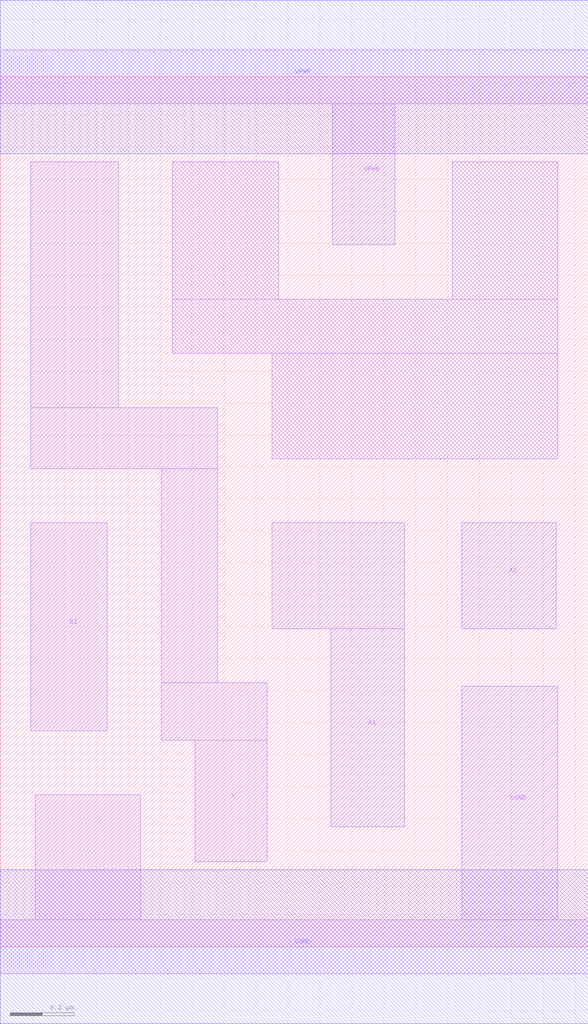
<source format=lef>
# Copyright 2020 The SkyWater PDK Authors
#
# Licensed under the Apache License, Version 2.0 (the "License");
# you may not use this file except in compliance with the License.
# You may obtain a copy of the License at
#
#     https://www.apache.org/licenses/LICENSE-2.0
#
# Unless required by applicable law or agreed to in writing, software
# distributed under the License is distributed on an "AS IS" BASIS,
# WITHOUT WARRANTIES OR CONDITIONS OF ANY KIND, either express or implied.
# See the License for the specific language governing permissions and
# limitations under the License.
#
# SPDX-License-Identifier: Apache-2.0

VERSION 5.5 ;
NAMESCASESENSITIVE ON ;
BUSBITCHARS "[]" ;
DIVIDERCHAR "/" ;
MACRO sky130_fd_sc_hd__a21oi_1
  CLASS CORE ;
  SOURCE USER ;
  ORIGIN  0.000000  0.000000 ;
  SIZE  1.840000 BY  2.720000 ;
  SYMMETRY X Y R90 ;
  SITE unithd ;
  PIN A1
    ANTENNAGATEAREA  0.247500 ;
    DIRECTION INPUT ;
    USE SIGNAL ;
    PORT
      LAYER li1 ;
        RECT 0.850000 0.995000 1.265000 1.325000 ;
        RECT 1.035000 0.375000 1.265000 0.995000 ;
    END
  END A1
  PIN A2
    ANTENNAGATEAREA  0.247500 ;
    DIRECTION INPUT ;
    USE SIGNAL ;
    PORT
      LAYER li1 ;
        RECT 1.445000 0.995000 1.740000 1.325000 ;
    END
  END A2
  PIN B1
    ANTENNAGATEAREA  0.247500 ;
    DIRECTION INPUT ;
    USE SIGNAL ;
    PORT
      LAYER li1 ;
        RECT 0.095000 0.675000 0.335000 1.325000 ;
    END
  END B1
  PIN Y
    ANTENNADIFFAREA  0.447000 ;
    DIRECTION OUTPUT ;
    USE SIGNAL ;
    PORT
      LAYER li1 ;
        RECT 0.095000 1.495000 0.680000 1.685000 ;
        RECT 0.095000 1.685000 0.370000 2.455000 ;
        RECT 0.505000 0.645000 0.835000 0.825000 ;
        RECT 0.505000 0.825000 0.680000 1.495000 ;
        RECT 0.610000 0.265000 0.835000 0.645000 ;
    END
  END Y
  PIN VGND
    DIRECTION INOUT ;
    SHAPE ABUTMENT ;
    USE GROUND ;
    PORT
      LAYER li1 ;
        RECT 0.000000 -0.085000 1.840000 0.085000 ;
        RECT 0.110000  0.085000 0.440000 0.475000 ;
        RECT 1.445000  0.085000 1.745000 0.815000 ;
    END
    PORT
      LAYER met1 ;
        RECT 0.000000 -0.240000 1.840000 0.240000 ;
    END
  END VGND
  PIN VNB
    DIRECTION INOUT ;
    USE GROUND ;
    PORT
    END
  END VNB
  PIN VPB
    DIRECTION INOUT ;
    USE POWER ;
    PORT
    END
  END VPB
  PIN VPWR
    DIRECTION INOUT ;
    SHAPE ABUTMENT ;
    USE POWER ;
    PORT
      LAYER li1 ;
        RECT 0.000000 2.635000 1.840000 2.805000 ;
        RECT 1.040000 2.195000 1.235000 2.635000 ;
    END
    PORT
      LAYER met1 ;
        RECT 0.000000 2.480000 1.840000 2.960000 ;
    END
  END VPWR
  OBS
    LAYER li1 ;
      RECT 0.540000 1.855000 1.745000 2.025000 ;
      RECT 0.540000 2.025000 0.870000 2.455000 ;
      RECT 0.850000 1.525000 1.745000 1.855000 ;
      RECT 1.415000 2.025000 1.745000 2.455000 ;
  END
END sky130_fd_sc_hd__a21oi_1
END LIBRARY

</source>
